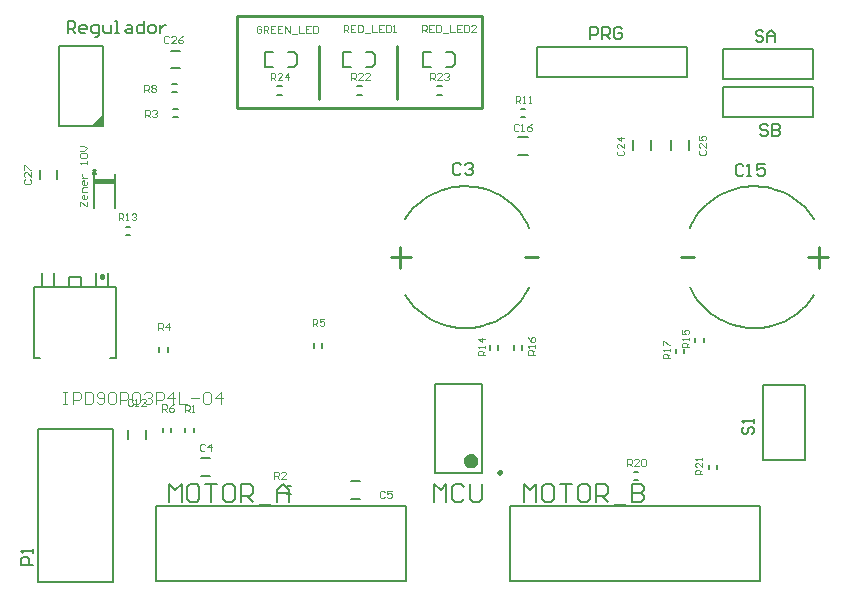
<source format=gto>
%FSTAX42Y42*%
%MOMM*%
%SFA1B1*%

%IPPOS*%
%ADD24C,0.599999*%
%ADD44C,0.250000*%
%ADD45C,0.200000*%
%ADD46C,0.130000*%
%ADD47C,0.250000*%
%ADD48C,0.150000*%
%ADD49C,0.120000*%
%LNwhey_agr_agr_pcb-1*%
%LPD*%
G36*
X000734Y004039D02*
X000635D01*
X000734Y004139*
Y004039*
G37*
G54D24*
X003879Y001199D02*
D01*
X003879Y001202*
X003879Y001204*
X003879Y001206*
X003878Y001208*
X003878Y00121*
X003877Y001212*
X003876Y001214*
X003875Y001215*
X003874Y001217*
X003872Y001219*
X003871Y00122*
X00387Y001222*
X003868Y001223*
X003866Y001224*
X003864Y001225*
X003863Y001226*
X003861Y001227*
X003859Y001228*
X003857Y001229*
X003855Y001229*
X003853Y001229*
X003851Y001229*
X003848*
X003846Y001229*
X003844Y001229*
X003842Y001229*
X00384Y001228*
X003838Y001227*
X003836Y001226*
X003834Y001225*
X003833Y001224*
X003831Y001223*
X003829Y001222*
X003828Y00122*
X003827Y001219*
X003825Y001217*
X003824Y001215*
X003823Y001214*
X003822Y001212*
X003821Y00121*
X003821Y001208*
X00382Y001206*
X00382Y001204*
X00382Y001202*
X003819Y001199*
X00382Y001197*
X00382Y001195*
X00382Y001193*
X003821Y001191*
X003821Y001189*
X003822Y001187*
X003823Y001185*
X003824Y001184*
X003825Y001182*
X003827Y00118*
X003828Y001179*
X003829Y001177*
X003831Y001176*
X003833Y001175*
X003834Y001174*
X003836Y001173*
X003838Y001172*
X00384Y001171*
X003842Y00117*
X003844Y00117*
X003846Y00117*
X003848Y00117*
X003851*
X003853Y00117*
X003855Y00117*
X003857Y00117*
X003859Y001171*
X003861Y001172*
X003863Y001173*
X003864Y001174*
X003866Y001175*
X003868Y001176*
X00387Y001177*
X003871Y001179*
X003872Y00118*
X003874Y001182*
X003875Y001184*
X003876Y001185*
X003877Y001187*
X003878Y001189*
X003878Y001191*
X003879Y001193*
X003879Y001195*
X003879Y001197*
X003879Y001199*
G54D44*
X004107Y001104D02*
D01*
X004107Y001105*
X004107Y001106*
X004107Y001107*
X004107Y001108*
X004107Y001109*
X004106Y001109*
X004106Y00111*
X004106Y001111*
X004105Y001112*
X004105Y001112*
X004104Y001113*
X004104Y001113*
X004103Y001114*
X004102Y001114*
X004101Y001115*
X004101Y001115*
X0041Y001116*
X004099Y001116*
X004098Y001116*
X004098Y001116*
X004097Y001116*
X004096Y001116*
X004095*
X004094Y001116*
X004093Y001116*
X004093Y001116*
X004092Y001116*
X004091Y001116*
X00409Y001115*
X004089Y001115*
X004089Y001114*
X004088Y001114*
X004087Y001113*
X004087Y001113*
X004086Y001112*
X004086Y001112*
X004085Y001111*
X004085Y00111*
X004085Y001109*
X004084Y001109*
X004084Y001108*
X004084Y001107*
X004084Y001106*
X004084Y001105*
X004083Y001104*
X004084Y001104*
X004084Y001103*
X004084Y001102*
X004084Y001101*
X004084Y0011*
X004085Y0011*
X004085Y001099*
X004085Y001098*
X004086Y001097*
X004086Y001097*
X004087Y001096*
X004087Y001096*
X004088Y001095*
X004089Y001095*
X004089Y001094*
X00409Y001094*
X004091Y001093*
X004092Y001093*
X004093Y001093*
X004093Y001093*
X004094Y001093*
X004095Y001093*
X004096*
X004097Y001093*
X004098Y001093*
X004098Y001093*
X004099Y001093*
X0041Y001093*
X004101Y001094*
X004101Y001094*
X004102Y001095*
X004103Y001095*
X004104Y001096*
X004104Y001096*
X004105Y001097*
X004105Y001097*
X004106Y001098*
X004106Y001099*
X004106Y0011*
X004107Y0011*
X004107Y001101*
X004107Y001102*
X004107Y001103*
X004107Y001104*
X004107Y001104*
X00074Y002759D02*
D01*
X00074Y00276*
X00074Y002761*
X00074Y002762*
X00074Y002763*
X00074Y002764*
X000739Y002764*
X000739Y002765*
X000739Y002766*
X000738Y002767*
X000738Y002767*
X000737Y002768*
X000737Y002768*
X000736Y002769*
X000735Y002769*
X000734Y00277*
X000734Y00277*
X000733Y002771*
X000732Y002771*
X000731Y002771*
X000731Y002771*
X00073Y002771*
X000729Y002771*
X000728*
X000727Y002771*
X000726Y002771*
X000726Y002771*
X000725Y002771*
X000724Y002771*
X000723Y00277*
X000722Y00277*
X000722Y002769*
X000721Y002769*
X00072Y002768*
X00072Y002768*
X000719Y002767*
X000719Y002767*
X000718Y002766*
X000718Y002765*
X000718Y002764*
X000717Y002764*
X000717Y002763*
X000717Y002762*
X000717Y002761*
X000717Y00276*
X000716Y002759*
X000717Y002759*
X000717Y002758*
X000717Y002757*
X000717Y002756*
X000717Y002755*
X000718Y002755*
X000718Y002754*
X000718Y002753*
X000719Y002752*
X000719Y002752*
X00072Y002751*
X00072Y002751*
X000721Y00275*
X000722Y00275*
X000722Y002749*
X000723Y002749*
X000724Y002748*
X000725Y002748*
X000726Y002748*
X000726Y002748*
X000727Y002748*
X000728Y002748*
X000729*
X00073Y002748*
X000731Y002748*
X000731Y002748*
X000732Y002748*
X000733Y002748*
X000734Y002749*
X000734Y002749*
X000735Y00275*
X000736Y00275*
X000737Y002751*
X000737Y002751*
X000738Y002752*
X000738Y002752*
X000739Y002753*
X000739Y002754*
X000739Y002755*
X00074Y002755*
X00074Y002756*
X00074Y002757*
X00074Y002758*
X00074Y002759*
X00074Y002759*
G54D45*
X004345Y003175D02*
D01*
X004327Y003212*
X004305Y003248*
X004282Y003283*
X004255Y003315*
X004227Y003346*
X004197Y003375*
X004164Y003402*
X00413Y003426*
X004094Y003448*
X004057Y003467*
X004019Y003484*
X003979Y003498*
X003939Y003509*
X003898Y003517*
X003856Y003522*
X003814Y003525*
X003772Y003524*
X00373Y003521*
X003689Y003515*
X003648Y003506*
X003608Y003494*
X003569Y003479*
X003531Y003461*
X003494Y003441*
X003458Y003419*
X003425Y003394*
X003393Y003367*
X003363Y003337*
X003335Y003306*
X00331Y003272*
X003293Y003247*
Y002601D02*
D01*
X003317Y002567*
X003343Y002534*
X003372Y002503*
X003402Y002475*
X003434Y002448*
X003469Y002424*
X003504Y002402*
X003542Y002382*
X00358Y002366*
X00362Y002352*
X00366Y002341*
X003701Y002332*
X003743Y002327*
X003784Y002324*
X003826Y002325*
X003868Y002328*
X003909Y002334*
X00395Y002343*
X00399Y002355*
X00403Y00237*
X004068Y002388*
X004105Y002408*
X00414Y00243*
X004174Y002455*
X004205Y002482*
X004235Y002512*
X004263Y002543*
X004289Y002576*
X004312Y002611*
X004332Y002648*
X004345Y002674*
X006755Y003247D02*
D01*
X006732Y003282*
X006706Y003315*
X006677Y003346*
X006647Y003374*
X006615Y003401*
X00658Y003425*
X006545Y003447*
X006507Y003467*
X006469Y003483*
X006429Y003497*
X006389Y003508*
X006348Y003517*
X006306Y003522*
X006265Y003525*
X006223Y003524*
X006181Y003521*
X00614Y003515*
X006099Y003506*
X006059Y003494*
X006019Y003479*
X005981Y003461*
X005944Y003441*
X005909Y003419*
X005875Y003394*
X005844Y003367*
X005814Y003337*
X005786Y003306*
X00576Y003273*
X005737Y003238*
X005717Y003201*
X005703Y003175*
Y002674D02*
D01*
X005722Y002637*
X005744Y002601*
X005767Y002566*
X005794Y002534*
X005822Y002503*
X005852Y002474*
X005885Y002447*
X005919Y002423*
X005955Y002401*
X005992Y002382*
X00603Y002365*
X00607Y002351*
X00611Y00234*
X006151Y002332*
X006193Y002327*
X006235Y002324*
X006277Y002325*
X006319Y002328*
X00636Y002334*
X006401Y002343*
X006441Y002355*
X00648Y00237*
X006518Y002388*
X006555Y002408*
X006591Y00243*
X006624Y002455*
X006656Y002482*
X006686Y002512*
X006714Y002543*
X006739Y002577*
X006755Y002601*
X006677Y001206D02*
Y001841D01*
X006321D02*
X006677D01*
X006321Y001206D02*
Y001841D01*
Y001206D02*
X006677D01*
X005699Y003834D02*
Y003914D01*
X005549Y003834D02*
Y003914D01*
X005374Y003834D02*
Y003914D01*
X005224Y003834D02*
Y003914D01*
X003549Y001849D02*
X003949D01*
X003549Y001099D02*
X003949D01*
X003549D02*
Y001849D01*
X003949Y001099D02*
Y001849D01*
X00221Y004371D02*
X00225D01*
X00221Y004302D02*
X00225D01*
X005864Y001129D02*
Y001169D01*
X005934Y001129D02*
Y001169D01*
X005229Y001109D02*
X005269D01*
X005229Y001039D02*
X005269D01*
X005987Y004364D02*
X006749D01*
X005987Y004109D02*
Y004364D01*
Y004109D02*
X006749D01*
Y004364*
X006746Y004434D02*
Y004689D01*
X005984Y004434D02*
X006746D01*
X005984D02*
Y004689D01*
X006746*
X002772Y004662D02*
X002835D01*
X002772Y004536D02*
Y004662D01*
Y004536D02*
X002835D01*
X002963Y004662D02*
X003013D01*
X003039Y004637*
Y004561D02*
Y004637D01*
X003013Y004536D02*
X003039Y004561D01*
X002963Y004536D02*
X003013D01*
X003637D02*
X003688D01*
X003714Y004561*
Y004637*
X003688Y004662D02*
X003714Y004637D01*
X003637Y004662D02*
X003688D01*
X003447Y004536D02*
X003511D01*
X003447D02*
Y004662D01*
X003511*
X002302Y004536D02*
X002353D01*
X002379Y004561*
Y004637*
X002353Y004662D02*
X002379Y004637D01*
X002302Y004662D02*
X002353D01*
X002112Y004536D02*
X002175D01*
X002112D02*
Y004662D01*
X002175*
X00568Y004447D02*
Y004701D01*
X00441Y004447D02*
X00568D01*
X00441Y004701D02*
X00568D01*
X00441Y004447D02*
Y004701D01*
X001309Y004674D02*
X001389D01*
X001309Y004524D02*
X001389D01*
X000734Y004039D02*
Y004709D01*
X000364D02*
X000734D01*
X000364Y004039D02*
Y004709D01*
Y004039D02*
X000734D01*
X000182Y000178D02*
X000817D01*
X000182D02*
Y001473D01*
X000817*
Y000178D02*
Y001473D01*
X004182Y000817D02*
X006299D01*
X004182Y000182D02*
Y000817D01*
Y000182D02*
X006299D01*
Y000817*
X003299Y000182D02*
Y000817D01*
X001181Y000182D02*
X003299D01*
X001181D02*
Y000817D01*
X003299*
X001245Y001442D02*
Y001481D01*
X001315Y001442D02*
Y001481D01*
X000949Y001384D02*
Y001464D01*
X001099Y001384D02*
Y001464D01*
X001433Y001442D02*
Y001481D01*
X001503Y001442D02*
Y001481D01*
X001565Y001224D02*
X001645D01*
X001565Y001074D02*
X001645D01*
X001214Y002123D02*
Y002163D01*
X001284Y002123D02*
Y002163D01*
X002832Y00088D02*
X002911D01*
X002832Y00103D02*
X002911D01*
X002291Y00099D02*
X002332D01*
X002291Y00092D02*
X002332D01*
X005589Y00211D02*
Y00215D01*
X005659Y00211D02*
Y00215D01*
X005752Y002204D02*
Y002244D01*
X005821Y002204D02*
Y002244D01*
X004014Y002141D02*
Y002182D01*
X004084Y002141D02*
Y002182D01*
X004214Y002141D02*
Y002182D01*
X004284Y002141D02*
Y002182D01*
X00252Y00216D02*
Y0022D01*
X00259Y00216D02*
Y0022D01*
X004253Y003793D02*
X004333D01*
X004253Y003943D02*
X004333D01*
X004273Y004108D02*
X004313D01*
X004273Y004178D02*
X004313D01*
X003566Y004371D02*
X003607D01*
X003566Y004302D02*
X003607D01*
X002891Y004371D02*
X002932D01*
X002891Y004302D02*
X002932D01*
X001329Y004108D02*
X001369D01*
X001329Y004178D02*
X001369D01*
X001323Y00439D02*
X001363D01*
X001323Y00432D02*
X001363D01*
X000349Y003584D02*
Y003664D01*
X000199Y003584D02*
Y003664D01*
X000929Y003114D02*
X000969D01*
X000929Y003184D02*
X000969D01*
X004299Y000849D02*
Y001001D01*
X00435Y000951*
X004401Y001001*
Y000849*
X004528Y001001D02*
X004477D01*
X004451Y000976*
Y000874*
X004477Y000849*
X004528*
X004553Y000874*
Y000976*
X004528Y001001*
X004604D02*
X004705D01*
X004654*
Y000849*
X004832Y001001D02*
X004781D01*
X004756Y000976*
Y000874*
X004781Y000849*
X004832*
X004858Y000874*
Y000976*
X004832Y001001*
X004908Y000849D02*
Y001001D01*
X004985*
X00501Y000976*
Y000925*
X004985Y0009*
X004908*
X004959D02*
X00501Y000849D01*
X005061Y000824D02*
X005162D01*
X005213Y001001D02*
Y000849D01*
X005289*
X005315Y000874*
Y0009*
X005289Y000925*
X005213*
X005289*
X005315Y000951*
Y000976*
X005289Y001001*
X005213*
X001299Y000849D02*
Y001001D01*
X00135Y000951*
X001401Y001001*
Y000849*
X001528Y001001D02*
X001477D01*
X001451Y000976*
Y000874*
X001477Y000849*
X001528*
X001553Y000874*
Y000976*
X001528Y001001*
X001604D02*
X001705D01*
X001654*
Y000849*
X001832Y001001D02*
X001781D01*
X001756Y000976*
Y000874*
X001781Y000849*
X001832*
X001858Y000874*
Y000976*
X001832Y001001*
X001908Y000849D02*
Y001001D01*
X001985*
X00201Y000976*
Y000925*
X001985Y0009*
X001908*
X001959D02*
X00201Y000849D01*
X002061Y000824D02*
X002162D01*
X002213Y000849D02*
Y000951D01*
X002264Y001001*
X002315Y000951*
Y000849*
Y000925*
X002213*
X003543Y000855D02*
Y001008D01*
X003594Y000957*
X003644Y001008*
Y000855*
X003797Y000982D02*
X003771Y001008D01*
X00372*
X003695Y000982*
Y000881*
X00372Y000855*
X003771*
X003797Y000881*
X003847Y001008D02*
Y000881D01*
X003873Y000855*
X003924*
X003949Y000881*
Y001008*
G54D46*
X000664Y003577D02*
X000834D01*
X000664Y003557D02*
X000834D01*
Y003341D02*
Y003632D01*
X000664Y003342D02*
Y003632D01*
Y003566D02*
X000834D01*
X000664Y003632D02*
Y003661D01*
X000679Y003632*
X000649D02*
X000664Y003661D01*
X000649Y003632D02*
X000679D01*
X000649Y003661D02*
X000679D01*
X000849Y002074D02*
Y002674D01*
X000149Y002074D02*
Y002674D01*
X000779D02*
Y002794D01*
X000679Y002674D02*
X000779D01*
X000679D02*
Y002794D01*
X000449Y002754D02*
X000549D01*
X000449Y002674D02*
Y002754D01*
Y002674D02*
X000549D01*
Y002754*
X000219Y002674D02*
Y002794D01*
Y002674D02*
X000319D01*
Y002794*
X000149Y002674D02*
X000849D01*
X000149Y002074D02*
X000199D01*
X000799D02*
X000849D01*
G54D47*
X004307Y002924D02*
X004421D01*
X003253Y002835D02*
Y003013D01*
X003177Y002924D02*
X003342D01*
X006706D02*
X006871D01*
X006795Y002835D02*
Y003013D01*
X005627Y002924D02*
X005741D01*
X001868Y004187D02*
Y004961D01*
Y004187D02*
D01*
X003949*
Y004968*
X001868D02*
X003949D01*
X002561Y004268D02*
Y004711D01*
X003224Y004268D02*
Y004711D01*
G54D48*
X006166Y001491D02*
X006149Y001474D01*
Y001441*
X006166Y001424*
X006182*
X006199Y001441*
Y001474*
X006216Y001491*
X006232*
X006249Y001474*
Y001441*
X006232Y001424*
X006249Y001524D02*
Y001557D01*
Y001541*
X006149*
X006166Y001524*
X000437Y004824D02*
Y004924D01*
X000486*
X000503Y004907*
Y004874*
X000486Y004857*
X000437*
X00047D02*
X000503Y004824D01*
X000586D02*
X000553D01*
X000536Y004841*
Y004874*
X000553Y004891*
X000586*
X000603Y004874*
Y004857*
X000536*
X00067Y004791D02*
X000686D01*
X000703Y004807*
Y004891*
X000653*
X000636Y004874*
Y004841*
X000653Y004824*
X000703*
X000736Y004891D02*
Y004841D01*
X000753Y004824*
X000803*
Y004891*
X000836Y004824D02*
X00087D01*
X000853*
Y004924*
X000836*
X000936Y004891D02*
X00097D01*
X000986Y004874*
Y004824*
X000936*
X00092Y004841*
X000936Y004857*
X000986*
X001086Y004924D02*
Y004824D01*
X001036*
X00102Y004841*
Y004874*
X001036Y004891*
X001086*
X001136Y004824D02*
X00117D01*
X001186Y004841*
Y004874*
X00117Y004891*
X001136*
X00112Y004874*
Y004841*
X001136Y004824*
X00122Y004891D02*
Y004824D01*
Y004857*
X001236Y004874*
X001253Y004891*
X00127*
X004861Y004774D02*
Y004874D01*
X004911*
X004928Y004857*
Y004824*
X004911Y004807*
X004861*
X004961Y004774D02*
Y004874D01*
X005011*
X005028Y004857*
Y004824*
X005011Y004807*
X004961*
X004995D02*
X005028Y004774D01*
X005128Y004857D02*
X005111Y004874D01*
X005078*
X005061Y004857*
Y004791*
X005078Y004774*
X005111*
X005128Y004791*
Y004824*
X005095*
X000143Y000318D02*
X000043D01*
Y000368*
X000059Y000384*
X000093*
X000109Y000368*
Y000318*
X000143Y000418D02*
Y000451D01*
Y000434*
X000043*
X000059Y000418*
X003766Y003707D02*
X003749Y003724D01*
X003716*
X003699Y003707*
Y003641*
X003716Y003624*
X003749*
X003766Y003641*
X003799Y003707D02*
X003816Y003724D01*
X003849*
X003866Y003707*
Y003691*
X003849Y003674*
X003832*
X003849*
X003866Y003657*
Y003641*
X003849Y003624*
X003816*
X003799Y003641*
X006328Y004832D02*
X006311Y004849D01*
X006278*
X006261Y004832*
Y004816*
X006278Y004799*
X006311*
X006328Y004782*
Y004766*
X006311Y004749*
X006278*
X006261Y004766*
X006361Y004749D02*
Y004816D01*
X006395Y004849*
X006428Y004816*
Y004749*
Y004799*
X006361*
X006366Y004032D02*
X00635Y004049D01*
X006316*
X006299Y004032*
Y004016*
X006316Y003999*
X00635*
X006366Y003982*
Y003966*
X00635Y003949*
X006316*
X006299Y003966*
X006399Y004049D02*
Y003949D01*
X006449*
X006466Y003966*
Y003982*
X006449Y003999*
X006399*
X006449*
X006466Y004016*
Y004032*
X006449Y004049*
X006399*
X006159Y003695D02*
X006143Y003711D01*
X006109*
X006093Y003695*
Y003628*
X006109Y003611*
X006143*
X006159Y003628*
X006193Y003611D02*
X006226D01*
X006209*
Y003711*
X006193Y003695*
X006343Y003711D02*
X006276D01*
Y003661*
X006309Y003678*
X006326*
X006343Y003661*
Y003628*
X006326Y003611*
X006293*
X006276Y003628*
G54D49*
X000539Y003355D02*
Y003395D01*
X000549*
X000589Y003355*
X000599*
Y003395*
Y003445D02*
Y003425D01*
X000589Y003415*
X000569*
X000559Y003425*
Y003445*
X000569Y003455*
X000579*
Y003415*
X000599Y003475D02*
X000559D01*
Y003505*
X000569Y003515*
X000599*
Y003565D02*
Y003545D01*
X000589Y003535*
X000569*
X000559Y003545*
Y003565*
X000569Y003575*
X000579*
Y003535*
X000559Y003595D02*
X000599D01*
X000579*
X000569Y003605*
X000559Y003615*
Y003625*
X000599Y003715D02*
Y003735D01*
Y003725*
X000539*
X000549Y003715*
Y003765D02*
X000539Y003775D01*
Y003795*
X000549Y003805*
X000589*
X000599Y003795*
Y003775*
X000589Y003765*
X000549*
X000539Y003825D02*
X000579D01*
X000599Y003845*
X000579Y003865*
X000539*
X003437Y00483D02*
Y00489D01*
X003466*
X003476Y00488*
Y00486*
X003466Y00485*
X003437*
X003456D02*
X003476Y00483D01*
X003536Y00489D02*
X003496D01*
Y00483*
X003536*
X003496Y00486D02*
X003516D01*
X003556Y00489D02*
Y00483D01*
X003586*
X003596Y00484*
Y00488*
X003586Y00489*
X003556*
X003616Y00482D02*
X003656D01*
X003676Y00489D02*
Y00483D01*
X003716*
X003776Y00489D02*
X003736D01*
Y00483*
X003776*
X003736Y00486D02*
X003756D01*
X003796Y00489D02*
Y00483D01*
X003826*
X003836Y00484*
Y00488*
X003826Y00489*
X003796*
X003896Y00483D02*
X003856D01*
X003896Y00487*
Y00488*
X003886Y00489*
X003866*
X003856Y00488*
X002774Y00483D02*
Y00489D01*
X002804*
X002814Y00488*
Y00486*
X002804Y00485*
X002774*
X002794D02*
X002814Y00483D01*
X002874Y00489D02*
X002834D01*
Y00483*
X002874*
X002834Y00486D02*
X002854D01*
X002894Y00489D02*
Y00483D01*
X002924*
X002934Y00484*
Y00488*
X002924Y00489*
X002894*
X002954Y00482D02*
X002994D01*
X003014Y00489D02*
Y00483D01*
X003054*
X003114Y00489D02*
X003074D01*
Y00483*
X003114*
X003074Y00486D02*
X003094D01*
X003134Y00489D02*
Y00483D01*
X003164*
X003175Y00484*
Y00488*
X003164Y00489*
X003134*
X003194Y00483D02*
X003214D01*
X003204*
Y00489*
X003194Y00488*
X002155Y004424D02*
Y004484D01*
X002185*
X002195Y004474*
Y004454*
X002185Y004445*
X002155*
X002175D02*
X002195Y004424D01*
X002255D02*
X002215D01*
X002255Y004464*
Y004474*
X002245Y004484*
X002225*
X002215Y004474*
X002305Y004424D02*
Y004484D01*
X002275Y004454*
X002315*
X003505Y004424D02*
Y004484D01*
X003535*
X003545Y004474*
Y004454*
X003535Y004445*
X003505*
X003525D02*
X003545Y004424D01*
X003605D02*
X003565D01*
X003605Y004464*
Y004474*
X003595Y004484*
X003575*
X003565Y004474*
X003625D02*
X003635Y004484D01*
X003655*
X003665Y004474*
Y004464*
X003655Y004454*
X003645*
X003655*
X003665Y004445*
Y004434*
X003655Y004424*
X003635*
X003625Y004434*
X002837Y004424D02*
Y004484D01*
X002866*
X002876Y004474*
Y004454*
X002866Y004445*
X002837*
X002856D02*
X002876Y004424D01*
X002936D02*
X002896D01*
X002936Y004464*
Y004474*
X002926Y004484*
X002906*
X002896Y004474*
X002996Y004424D02*
X002956D01*
X002996Y004464*
Y004474*
X002986Y004484*
X002966*
X002956Y004474*
X005811Y001087D02*
X005752D01*
Y001116*
X005762Y001126*
X005782*
X005792Y001116*
Y001087*
Y001106D02*
X005811Y001126D01*
Y001186D02*
Y001146D01*
X005772Y001186*
X005762*
X005752Y001176*
Y001156*
X005762Y001146*
X005811Y001206D02*
Y001226D01*
Y001216*
X005752*
X005762Y001206*
X005174Y001155D02*
Y001215D01*
X005204*
X005214Y001205*
Y001185*
X005204Y001175*
X005174*
X005194D02*
X005214Y001155D01*
X005274D02*
X005234D01*
X005274Y001195*
Y001205*
X005264Y001215*
X005244*
X005234Y001205*
X005294D02*
X005304Y001215D01*
X005324*
X005334Y001205*
Y001165*
X005324Y001155*
X005304*
X005294Y001165*
Y001205*
X005537Y002068D02*
X005477D01*
Y002098*
X005487Y002108*
X005507*
X005517Y002098*
Y002068*
Y002088D02*
X005537Y002108D01*
Y002128D02*
Y002148D01*
Y002138*
X005477*
X005487Y002128*
X005477Y002178D02*
Y002218D01*
X005487*
X005527Y002178*
X005537*
X004393Y002099D02*
X004333D01*
Y002129*
X004343Y002139*
X004363*
X004373Y002129*
Y002099*
Y002119D02*
X004393Y002139D01*
Y002159D02*
Y002179D01*
Y002169*
X004333*
X004343Y002159*
X004333Y002249D02*
X004343Y002229D01*
X004363Y002209*
X004383*
X004393Y002219*
Y002239*
X004383Y002249*
X004373*
X004363Y002239*
Y002209*
X005699Y002161D02*
X005639D01*
Y002191*
X005649Y002201*
X005669*
X005679Y002191*
Y002161*
Y002181D02*
X005699Y002201D01*
Y002221D02*
Y002241D01*
Y002231*
X005639*
X005649Y002221*
X005639Y002311D02*
Y002271D01*
X005669*
X005659Y002291*
Y002301*
X005669Y002311*
X005689*
X005699Y002301*
Y002281*
X005689Y002271*
X003974Y002093D02*
X003914D01*
Y002123*
X003924Y002133*
X003944*
X003954Y002123*
Y002093*
Y002113D02*
X003974Y002133D01*
Y002153D02*
Y002173D01*
Y002163*
X003914*
X003924Y002153*
X003974Y002233D02*
X003914D01*
X003944Y002203*
Y002243*
X000868Y003237D02*
Y003296D01*
X000898*
X000908Y003286*
Y003266*
X000898Y003256*
X000868*
X000889D02*
X000908Y003237D01*
X000928D02*
X000948D01*
X000938*
Y003296*
X000928Y003286*
X000978D02*
X000988Y003296D01*
X001008*
X001018Y003286*
Y003276*
X001008Y003266*
X000998*
X001008*
X001018Y003256*
Y003246*
X001008Y003237*
X000988*
X000978Y003246*
X00423Y00423D02*
Y00429D01*
X00426*
X00427Y00428*
Y00426*
X00426Y00425*
X00423*
X00425D02*
X00427Y00423D01*
X00429D02*
X00431D01*
X0043*
Y00429*
X00429Y00428*
X00434Y00423D02*
X00436D01*
X00435*
Y00429*
X00434Y00428*
X001087Y004324D02*
Y004384D01*
X001116*
X001126Y004374*
Y004354*
X001116Y004344*
X001087*
X001106D02*
X001126Y004324D01*
X001146Y004374D02*
X001156Y004384D01*
X001176*
X001186Y004374*
Y004364*
X001176Y004354*
X001186Y004344*
Y004334*
X001176Y004324*
X001156*
X001146Y004334*
Y004344*
X001156Y004354*
X001146Y004364*
Y004374*
X001156Y004354D02*
X001176D01*
X001237Y001618D02*
Y001678D01*
X001266*
X001276Y001668*
Y001648*
X001266Y001638*
X001237*
X001256D02*
X001276Y001618D01*
X001336Y001678D02*
X001316Y001668D01*
X001296Y001648*
Y001628*
X001306Y001618*
X001326*
X001336Y001628*
Y001638*
X001326Y001648*
X001296*
X002511Y002343D02*
Y002403D01*
X002541*
X002551Y002393*
Y002373*
X002541Y002363*
X002511*
X002531D02*
X002551Y002343D01*
X002611Y002403D02*
X002571D01*
Y002373*
X002591Y002383*
X002601*
X002611Y002373*
Y002353*
X002601Y002343*
X002581*
X002571Y002353*
X001205Y002305D02*
Y002365D01*
X001235*
X001245Y002355*
Y002335*
X001235Y002325*
X001205*
X001225D02*
X001245Y002305D01*
X001295D02*
Y002365D01*
X001265Y002335*
X001305*
X001093Y004111D02*
Y004171D01*
X001123*
X001133Y004161*
Y004141*
X001123Y004131*
X001093*
X001113D02*
X001133Y004111D01*
X001153Y004161D02*
X001163Y004171D01*
X001183*
X001193Y004161*
Y004151*
X001183Y004141*
X001173*
X001183*
X001193Y004131*
Y004121*
X001183Y004111*
X001163*
X001153Y004121*
X002187Y001049D02*
Y001109D01*
X002216*
X002226Y001099*
Y001079*
X002216Y001069*
X002187*
X002206D02*
X002226Y001049D01*
X002286D02*
X002246D01*
X002286Y001089*
Y001099*
X002276Y001109*
X002256*
X002246Y001099*
X00143Y001611D02*
Y001671D01*
X00146*
X00147Y001661*
Y001641*
X00146Y001631*
X00143*
X00145D02*
X00147Y001611D01*
X00149D02*
X00151D01*
X0015*
Y001671*
X00149Y001661*
X000399Y00178D02*
X000432D01*
X000416*
Y00168*
X000399*
X000432*
X000482D02*
Y00178D01*
X000532*
X000549Y001764*
Y00173*
X000532Y001714*
X000482*
X000582Y00178D02*
Y00168D01*
X000632*
X000649Y001697*
Y001764*
X000632Y00178*
X000582*
X000682Y001697D02*
X000699Y00168D01*
X000732*
X000749Y001697*
Y001764*
X000732Y00178*
X000699*
X000682Y001764*
Y001747*
X000699Y00173*
X000749*
X000782Y001764D02*
X000799Y00178D01*
X000832*
X000849Y001764*
Y001697*
X000832Y00168*
X000799*
X000782Y001697*
Y001764*
X000882Y00168D02*
Y00178D01*
X000932*
X000949Y001764*
Y00173*
X000932Y001714*
X000882*
X000982Y001764D02*
X000999Y00178D01*
X001032*
X001049Y001764*
Y001697*
X001032Y00168*
X000999*
X000982Y001697*
Y001764*
X001082D02*
X001099Y00178D01*
X001132*
X001149Y001764*
Y001747*
X001132Y00173*
X001115*
X001132*
X001149Y001714*
Y001697*
X001132Y00168*
X001099*
X001082Y001697*
X001182Y00168D02*
Y00178D01*
X001232*
X001249Y001764*
Y00173*
X001232Y001714*
X001182*
X001332Y00168D02*
Y00178D01*
X001282Y00173*
X001349*
X001382Y00178D02*
Y00168D01*
X001449*
X001482Y00173D02*
X001549D01*
X001582Y001764D02*
X001599Y00178D01*
X001632*
X001649Y001764*
Y001697*
X001632Y00168*
X001599*
X001582Y001697*
Y001764*
X001732Y00168D02*
Y00178D01*
X001682Y00173*
X001749*
X002076Y004874D02*
X002066Y004884D01*
X002046*
X002037Y004874*
Y004834*
X002046Y004824*
X002066*
X002076Y004834*
Y004854*
X002056*
X002096Y004824D02*
Y004884D01*
X002126*
X002136Y004874*
Y004854*
X002126Y004844*
X002096*
X002116D02*
X002136Y004824D01*
X002196Y004884D02*
X002156D01*
Y004824*
X002196*
X002156Y004854D02*
X002176D01*
X002256Y004884D02*
X002216D01*
Y004824*
X002256*
X002216Y004854D02*
X002236D01*
X002276Y004824D02*
Y004884D01*
X002316Y004824*
Y004884*
X002336Y004814D02*
X002376D01*
X002396Y004884D02*
Y004824D01*
X002436*
X002496Y004884D02*
X002456D01*
Y004824*
X002496*
X002456Y004854D02*
X002476D01*
X002516Y004884D02*
Y004824D01*
X002546*
X002556Y004834*
Y004874*
X002546Y004884*
X002516*
X005793Y003833D02*
X005783Y003823D01*
Y003803*
X005793Y003793*
X005833*
X005843Y003803*
Y003823*
X005833Y003833*
X005843Y003893D02*
Y003853D01*
X005803Y003893*
X005793*
X005783Y003883*
Y003863*
X005793Y003853*
X005783Y003953D02*
Y003913D01*
X005813*
X005803Y003933*
Y003943*
X005813Y003953*
X005833*
X005843Y003943*
Y003923*
X005833Y003913*
X005099Y003826D02*
X005089Y003816D01*
Y003796*
X005099Y003787*
X005139*
X005149Y003796*
Y003816*
X005139Y003826*
X005149Y003886D02*
Y003846D01*
X005109Y003886*
X005099*
X005089Y003876*
Y003856*
X005099Y003846*
X005149Y003937D02*
X005089D01*
X005119Y003906*
Y003946*
X004258Y004043D02*
X004248Y004053D01*
X004228*
X004218Y004043*
Y004003*
X004228Y003993*
X004248*
X004258Y004003*
X004278Y003993D02*
X004298D01*
X004288*
Y004053*
X004278Y004043*
X004368Y004053D02*
X004348Y004043D01*
X004328Y004023*
Y004003*
X004338Y003993*
X004358*
X004368Y004003*
Y004013*
X004358Y004023*
X004328*
X000989Y001718D02*
X000979Y001728D01*
X000959*
X000949Y001718*
Y001678*
X000959Y001668*
X000979*
X000989Y001678*
X001009Y001668D02*
X001029D01*
X001019*
Y001728*
X001009Y001718*
X001099Y001668D02*
X001059D01*
X001099Y001708*
Y001718*
X001089Y001728*
X001069*
X001059Y001718*
X00312Y000936D02*
X00311Y000946D01*
X00309*
X00308Y000936*
Y000896*
X00309Y000887*
X00311*
X00312Y000896*
X00318Y000946D02*
X00314D01*
Y000916*
X00316Y000926*
X00317*
X00318Y000916*
Y000896*
X00317Y000887*
X00315*
X00314Y000896*
X001601Y001336D02*
X001591Y001346D01*
X001571*
X001561Y001336*
Y001296*
X001571Y001287*
X001591*
X001601Y001296*
X001651Y001287D02*
Y001346D01*
X001621Y001316*
X001661*
X001295Y004786D02*
X001285Y004796D01*
X001265*
X001255Y004786*
Y004746*
X001265Y004737*
X001285*
X001295Y004746*
X001355Y004737D02*
X001315D01*
X001355Y004776*
Y004786*
X001345Y004796*
X001325*
X001315Y004786*
X001415Y004796D02*
X001395Y004786D01*
X001375Y004766*
Y004746*
X001385Y004737*
X001405*
X001415Y004746*
Y004756*
X001405Y004766*
X001375*
X00008Y003583D02*
X00007Y003573D01*
Y003553*
X00008Y003543*
X00012*
X00013Y003553*
Y003573*
X00012Y003583*
X00013Y003643D02*
Y003603D01*
X00009Y003643*
X00008*
X00007Y003633*
Y003613*
X00008Y003603*
X00007Y003663D02*
Y003703D01*
X00008*
X00012Y003663*
X00013*
M02*
</source>
